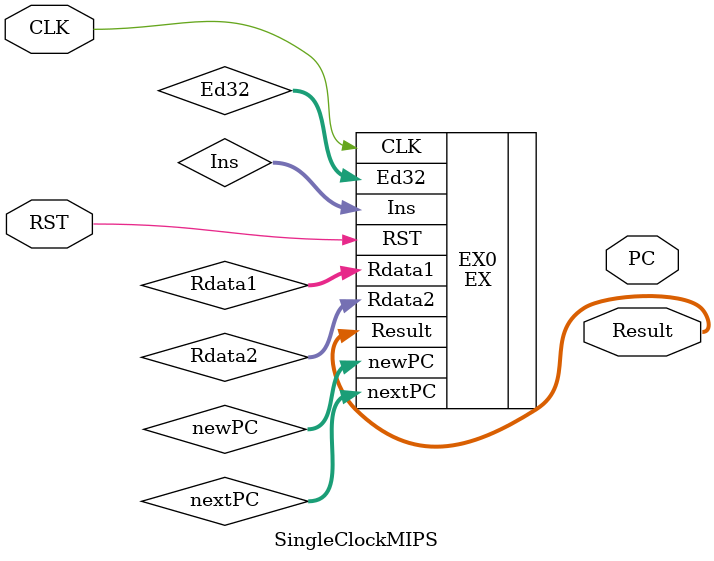
<source format=v>
module SingleClockMIPS (CLK, RST, PC, Result);
`include "common_param.vh"
  input CLK, RST;
  output [31:0] PC, Result;

  wire [31:0] newPC, nextPC, Ins;
  wire [31:0] Rdata1, Rdata2, Ed32, Wdata;

// IF IF0 (.CLK(CLK), .RST(RST), .newPC(newPC), .PC, .nextPC, .Ins);
// ID ID0 (.CLK(CLK), .RST(RST), .Ins(Ins), .Wdata(Wdata),
//       .Rdata1(Rdata1), .Rdata2(Rdata2), .Ed32(Ed32));
EX EX0 (.CLK(CLK), .RST(RST), .Ins(Ins), .Rdata1(Rdata1), .Rdata2(Rdata2),
      .Ed32(Ed32), .nextPC(nextPC), .Result(Result), .newPC(newPC));
// MA MA0 (.CLK(CLK), .RST(RST), .Adr(Result), .Wdata(Rdata2), .nextPC(nextPC),
//       .Ins(Ins), .Rdata(Wdata));

endmodule

</source>
